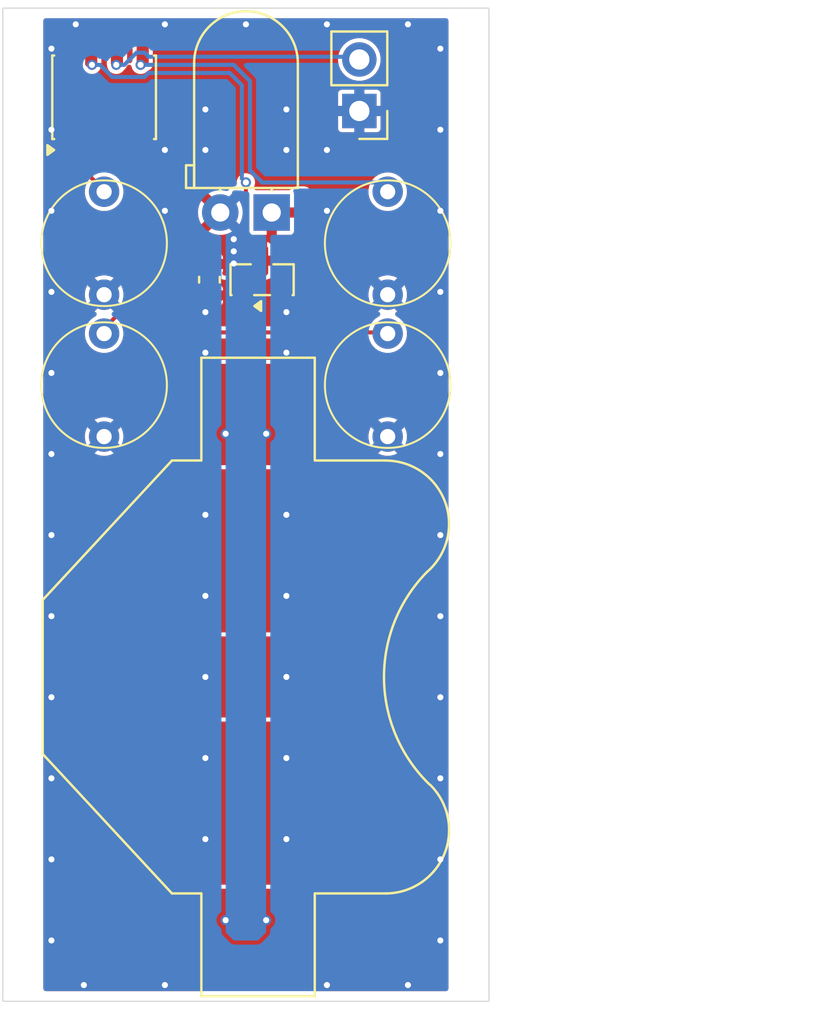
<source format=kicad_pcb>
(kicad_pcb (version 20241229) (generator "pcbnew") (generator_version "9.0")
  (layers (0 "F.Cu" signal) (2 "B.Cu" signal) (13 "F.Paste" user) (15 "B.Paste" user) (5 "F.SilkS" user "F.Silkscreen") (7 "B.SilkS" user "B.Silkscreen") (1 "F.Mask" user) (3 "B.Mask" user) (25 "Edge.Cuts" user))
  (net 0 "")
  (net 1 "VCC")
  (net 2 "GND")
  (net 3 "UPDI")
  (net 4 "WO")
  (net 5 "BTN1")
  (net 6 "BTN2")
  (net 7 "BTN6")
  (net 8 "BTN7")
  (net 9 "/LED")
  (footprint "Library:alps-skrg" (layer "F.Cu") (at 107 85.6 -90)
    (property "Reference" "SW1" (hide yes))
    (property "Value" "BTN1" (hide yes))
    (fp_circle (center 0 0) (end 3.1 0) (stroke (width 0.1)) (fill no) (layer "F.SilkS"))
    (pad "1" thru_hole circle (at -2.54 0 270) (size 1.5 1.5) (drill 0.75) (layers "*.Cu" "*.Mask") (net 5 "BTN1"))
    (pad "2" thru_hole circle (at 2.54 0 270) (size 1.5 1.5) (drill 0.75) (layers "*.Cu" "*.Mask") (net 2 "GND"))
  )
  (footprint "Package_SO:SOIC-8_3.9x4.9mm_P1.27mm" (layer "F.Cu") (at 93 71.4 90)
    (property "Reference" "U1" (hide yes))
    (property "Value" "ATtiny202-SS" (hide yes))
    (fp_line (start 2.06 -2.56) (end 2.06 -2.465) (stroke (width 0.12)) (layer "F.SilkS"))
    (fp_line (start -2.06 -2.56) (end 2.06 -2.56) (stroke (width 0.12)) (layer "F.SilkS"))
    (fp_line (start -2.06 -2.465) (end -2.06 -2.56) (stroke (width 0.12)) (layer "F.SilkS"))
    (fp_line (start 2.06 2.465) (end 2.06 2.56) (stroke (width 0.12)) (layer "F.SilkS"))
    (fp_line (start 2.06 2.56) (end -2.06 2.56) (stroke (width 0.12)) (layer "F.SilkS"))
    (fp_line (start -2.06 2.56) (end -2.06 2.465) (stroke (width 0.12)) (layer "F.SilkS"))
    (fp_poly (pts (xy -2.6 -2.47) (xy -2.84 -2.8) (xy -2.36 -2.8)) (stroke (width 0.12)) (fill yes) (layer "F.SilkS"))
    (pad "1" smd roundrect (at -2.475 -1.905 90) (size 1.95 0.6) (layers "F.Cu" "F.Mask" "F.Paste") (net 1 "VCC"))
    (pad "2" smd roundrect (at -2.475 -0.635 90) (size 1.95 0.6) (layers "F.Cu" "F.Mask" "F.Paste") (net 7 "BTN6"))
    (pad "3" smd roundrect (at -2.475 0.635 90) (size 1.95 0.6) (layers "F.Cu" "F.Mask" "F.Paste") (net 8 "BTN7"))
    (pad "4" smd roundrect (at -2.475 1.905 90) (size 1.95 0.6) (layers "F.Cu" "F.Mask" "F.Paste") (net 5 "BTN1"))
    (pad "5" smd roundrect (at 2.475 1.905 90) (size 1.95 0.6) (layers "F.Cu" "F.Mask" "F.Paste") (net 6 "BTN2"))
    (pad "6" smd roundrect (at 2.475 0.635 90) (size 1.95 0.6) (layers "F.Cu" "F.Mask" "F.Paste") (net 3 "UPDI"))
    (pad "7" smd roundrect (at 2.475 -0.635 90) (size 1.95 0.6) (layers "F.Cu" "F.Mask" "F.Paste") (net 4 "WO"))
    (pad "8" smd roundrect (at 2.475 -1.905 90) (size 1.95 0.6) (layers "F.Cu" "F.Mask" "F.Paste") (net 2 "GND"))
  )
  (footprint "Library:alps-skrg" (layer "F.Cu") (at 93 85.6 -90)
    (property "Reference" "SW4" (hide yes))
    (property "Value" "BTN7" (hide yes))
    (fp_circle (center 0 0) (end 3.1 0) (stroke (width 0.1)) (fill no) (layer "F.SilkS"))
    (pad "1" thru_hole circle (at -2.54 0 270) (size 1.5 1.5) (drill 0.75) (layers "*.Cu" "*.Mask") (net 8 "BTN7"))
    (pad "2" thru_hole circle (at 2.54 0 270) (size 1.5 1.5) (drill 0.75) (layers "*.Cu" "*.Mask") (net 2 "GND"))
  )
  (footprint "LED_THT:LED_D5.0mm_Horizontal_O1.27mm_Z3.0mm_Clear" (layer "F.Cu") (at 101.275 77.085 180)
    (property "Reference" "D1" (hide yes))
    (property "Value" "IR_LED" (hide yes))
    (fp_line (start 4.23 2.33) (end 3.83 2.33) (stroke (width 0.12)) (layer "F.SilkS"))
    (fp_line (start 4.23 1.21) (end 4.23 2.33) (stroke (width 0.12)) (layer "F.SilkS"))
    (fp_line (start 3.83 2.33) (end 3.83 1.21) (stroke (width 0.12)) (layer "F.SilkS"))
    (fp_line (start 3.83 1.21) (end 4.23 1.21) (stroke (width 0.12)) (layer "F.SilkS"))
    (fp_line (start 3.83 1.21) (end 3.83 7.37) (stroke (width 0.12)) (layer "F.SilkS"))
    (fp_line (start 2.54 1.21) (end 2.54 1.08) (stroke (width 0.12)) (layer "F.SilkS"))
    (fp_line (start 2.54 1.08) (end 2.54 1.21) (stroke (width 0.12)) (layer "F.SilkS"))
    (fp_line (start 0 1.21) (end 0 1.08) (stroke (width 0.12)) (layer "F.SilkS"))
    (fp_line (start 0 1.08) (end 0 1.21) (stroke (width 0.12)) (layer "F.SilkS"))
    (fp_line (start -1.29 1.21) (end 3.83 1.21) (stroke (width 0.12)) (layer "F.SilkS"))
    (fp_line (start -1.29 1.21) (end -1.29 7.37) (stroke (width 0.12)) (layer "F.SilkS"))
    (fp_arc (start 3.83 7.37) (mid 1.27 9.93) (end -1.29 7.37) (stroke (width 0.12)) (layer "F.SilkS"))
    (pad "1" thru_hole rect (at 0 0 180) (size 1.8 1.8) (drill 0.9) (layers "*.Cu" "*.Mask") (net 9 "/LED"))
    (pad "2" thru_hole circle (at 2.54 0 180) (size 1.8 1.8) (drill 0.9) (layers "*.Cu" "*.Mask") (net 1 "VCC"))
  )
  (footprint "Library:alps-skrg" (layer "F.Cu") (at 93 78.6 -90)
    (property "Reference" "SW3" (hide yes))
    (property "Value" "BTN6" (hide yes))
    (fp_circle (center 0 0) (end 3.1 0) (stroke (width 0.1)) (fill no) (layer "F.SilkS"))
    (pad "1" thru_hole circle (at -2.54 0 270) (size 1.5 1.5) (drill 0.75) (layers "*.Cu" "*.Mask") (net 7 "BTN6"))
    (pad "2" thru_hole circle (at 2.54 0 270) (size 1.5 1.5) (drill 0.75) (layers "*.Cu" "*.Mask") (net 2 "GND"))
  )
  (footprint "Library:alps-skrg" (layer "F.Cu") (at 107 78.6 -90)
    (property "Reference" "SW2" (hide yes))
    (property "Value" "BTN2" (hide yes))
    (fp_circle (center 0 0) (end 3.1 0) (stroke (width 0.1)) (fill no) (layer "F.SilkS"))
    (pad "1" thru_hole circle (at -2.54 0 270) (size 1.5 1.5) (drill 0.75) (layers "*.Cu" "*.Mask") (net 6 "BTN2"))
    (pad "2" thru_hole circle (at 2.54 0 270) (size 1.5 1.5) (drill 0.75) (layers "*.Cu" "*.Mask") (net 2 "GND"))
  )
  (footprint "Connector_PinHeader_2.54mm:PinHeader_1x02_P2.54mm_Vertical" (layer "F.Cu") (at 105.6 72.075 180)
    (property "Reference" "J1" (hide yes))
    (property "Value" "UPDI" (hide yes))
    (fp_line (start 1.38 1.27) (end 1.38 3.92) (stroke (width 0.12)) (layer "F.SilkS"))
    (fp_line (start -1.38 3.92) (end 1.38 3.92) (stroke (width 0.12)) (layer "F.SilkS"))
    (fp_line (start -1.38 1.27) (end 1.38 1.27) (stroke (width 0.12)) (layer "F.SilkS"))
    (fp_line (start -1.38 1.27) (end -1.38 3.92) (stroke (width 0.12)) (layer "F.SilkS"))
    (fp_line (start -1.38 0) (end -1.38 -1.38) (stroke (width 0.12)) (layer "F.SilkS"))
    (fp_line (start -1.38 -1.38) (end 0 -1.38) (stroke (width 0.12)) (layer "F.SilkS"))
    (pad "1" thru_hole rect (at 0 0 180) (size 1.7 1.7) (drill 1) (layers "*.Cu" "*.Mask") (net 2 "GND"))
    (pad "2" thru_hole circle (at 0 2.54 180) (size 1.7 1.7) (drill 1) (layers "*.Cu" "*.Mask") (net 3 "UPDI"))
  )
  (footprint "Package_TO_SOT_SMD:SOT-23" (layer "F.Cu") (at 100.8 80.4 90)
    (property "Reference" "Q1" (hide yes))
    (property "Value" "BSS138" (hide yes))
    (fp_line (start 0.76 -1.56) (end 0.76 -0.56) (stroke (width 0.12)) (layer "F.SilkS"))
    (fp_line (start -0.76 -1.56) (end 0.76 -1.56) (stroke (width 0.12)) (layer "F.SilkS"))
    (fp_line (start -0.76 -1.51) (end -0.76 -1.56) (stroke (width 0.12)) (layer "F.SilkS"))
    (fp_line (start -0.76 0.39) (end -0.76 -0.39) (stroke (width 0.12)) (layer "F.SilkS"))
    (fp_line (start 0.76 0.56) (end 0.76 1.56) (stroke (width 0.12)) (layer "F.SilkS"))
    (fp_line (start 0.76 1.56) (end -0.76 1.56) (stroke (width 0.12)) (layer "F.SilkS"))
    (fp_line (start -0.76 1.56) (end -0.76 1.51) (stroke (width 0.12)) (layer "F.SilkS"))
    (fp_poly (pts (xy -1.3 -0.38) (xy -1.06 -0.05) (xy -1.54 -0.05)) (stroke (width 0.12)) (fill yes) (layer "F.SilkS"))
    (pad "1" smd roundrect (at -0.9375 -0.95 90) (size 1.475 0.6) (layers "F.Cu" "F.Mask" "F.Paste") (net 4 "WO"))
    (pad "2" smd roundrect (at -0.9375 0.95 90) (size 1.475 0.6) (layers "F.Cu" "F.Mask" "F.Paste") (net 2 "GND"))
    (pad "3" smd roundrect (at 0.9375 0 90) (size 1.475 0.6) (layers "F.Cu" "F.Mask" "F.Paste") (net 9 "/LED"))
  )
  (footprint "Capacitor_SMD:C_0603_1608Metric" (layer "F.Cu") (at 98.2 80.4 -90)
    (property "Reference" "C1" (hide yes))
    (property "Value" "4u7" (hide yes))
    (fp_line (start -0.14058 0.51) (end 0.14058 0.51) (stroke (width 0.12)) (layer "F.SilkS"))
    (fp_line (start -0.14058 -0.51) (end 0.14058 -0.51) (stroke (width 0.12)) (layer "F.SilkS"))
    (pad "1" smd roundrect (at -0.775 0 270) (size 0.9 0.95) (layers "F.Cu" "F.Mask" "F.Paste") (net 1 "VCC"))
    (pad "2" smd roundrect (at 0.775 0 270) (size 0.9 0.95) (layers "F.Cu" "F.Mask" "F.Paste") (net 2 "GND"))
  )
  (footprint "Battery:BatteryHolder_Multicomp_BC-2001_1x2032" (layer "F.Cu") (at 100.6 100 -90)
    (property "Reference" "BT1" (hide yes))
    (property "Value" "CR2032" (hide yes))
    (fp_line (start 3.8 10.63) (end -3.8 10.63) (stroke (width 0.12)) (layer "F.SilkS"))
    (fp_line (start -10.68 4.25) (end -3.8 10.63) (stroke (width 0.12)) (layer "F.SilkS"))
    (fp_line (start 10.68 4.25) (end 3.8 10.63) (stroke (width 0.12)) (layer "F.SilkS"))
    (fp_line (start -15.75 2.8) (end -10.68 2.8) (stroke (width 0.12)) (layer "F.SilkS"))
    (fp_line (start -15.75 2.8) (end -15.75 -2.8) (stroke (width 0.12)) (layer "F.SilkS"))
    (fp_line (start -10.68 2.8) (end -10.68 4.25) (stroke (width 0.12)) (layer "F.SilkS"))
    (fp_line (start 10.68 2.8) (end 10.68 4.25) (stroke (width 0.12)) (layer "F.SilkS"))
    (fp_line (start 10.68 2.8) (end 15.75 2.8) (stroke (width 0.12)) (layer "F.SilkS"))
    (fp_line (start 15.75 2.8) (end 15.75 -2.8) (stroke (width 0.12)) (layer "F.SilkS"))
    (fp_line (start -15.75 -2.8) (end -10.68 -2.8) (stroke (width 0.12)) (layer "F.SilkS"))
    (fp_line (start -10.68 -2.8) (end -10.68 -6.28) (stroke (width 0.12)) (layer "F.SilkS"))
    (fp_line (start 10.68 -2.8) (end 10.68 -6.35) (stroke (width 0.12)) (layer "F.SilkS"))
    (fp_line (start 15.75 -2.8) (end 10.68 -2.8) (stroke (width 0.12)) (layer "F.SilkS"))
    (fp_arc (start -10.677058 -6.3) (mid -8.637972 -9.231689) (end -5.180001 -8.339999) (stroke (width 0.12)) (layer "F.SilkS"))
    (fp_arc (start 5.306422 -8.467392) (mid 0.096808 -6.218103) (end -5.169999 -8.330001) (stroke (width 0.12)) (layer "F.SilkS"))
    (fp_arc (start 5.316452 -8.492753) (mid 8.734461 -9.197232) (end 10.68 -6.3) (stroke (width 0.12)) (layer "F.SilkS"))
    (pad "1" smd rect (at -12.95 0 270) (size 5 5) (layers "F.Cu" "F.Mask" "F.Paste") (net 1 "VCC"))
    (pad "1" smd rect (at 12.95 0 270) (size 5 5) (layers "F.Cu" "F.Mask" "F.Paste") (net 1 "VCC"))
    (pad "2" smd rect (at 0 0 270) (size 4 4) (layers "F.Cu" "F.Mask" "F.Paste") (net 2 "GND"))
  )
  (footprint "Library:PCB.MCBEERINGI.DEV_small" (layer "B.Cu") (at 105.6 102 -90)
    (property "Reference" "" (at 0 0 90) (layer "B.SilkS") (effects (font (size 1.27 1.27)) (justify mirror)))
    (property "Value" "")
  )
  (footprint "Library:mcbeeringi_icon_10mm" (layer "B.Cu") (at 105.6 94 -90)
    (property "Reference" "" (at 0 0 90) (layer "B.SilkS") (effects (font (size 1.27 1.27)) (justify mirror)))
    (property "Value" "LOGO" (hide yes))
  )
  (gr_line (start 112 116) (end 88 116) (stroke (width 0.05)) (layer "Edge.Cuts"))
  (gr_line (start 88 67) (end 112 67) (stroke (width 0.05)) (layer "Edge.Cuts"))
  (gr_line (start 112 67) (end 112 116) (stroke (width 0.05)) (layer "Edge.Cuts"))
  (gr_line (start 88 116) (end 88 67) (stroke (width 0.05)) (layer "Edge.Cuts"))
  (segment (start 91.095 72.900001) (end 91.395001 72.6) (width 0.2) (layer "F.Cu") (net 1))
  (segment (start 97.2 74.4) (end 97.2 76) (width 0.2) (layer "F.Cu") (net 1))
  (segment (start 91.395001 72.6) (end 95.4 72.6) (width 0.2) (layer "F.Cu") (net 1))
  (segment (start 91.095 73.875) (end 91.095 72.900001) (width 0.2) (layer "F.Cu") (net 1))
  (segment (start 95.4 72.6) (end 97.2 74.4) (width 0.2) (layer "F.Cu") (net 1))
  (via (at 101 88) (size 0.5) (drill 0.3) (layers "F.Cu" "B.Cu") (net 1))
  (via (at 101 112) (size 0.5) (drill 0.3) (layers "F.Cu" "B.Cu") (net 1))
  (via (at 99 112) (size 0.5) (drill 0.3) (layers "F.Cu" "B.Cu") (net 1))
  (via (at 99.4 78.4) (size 0.5) (drill 0.3) (layers "F.Cu" "B.Cu") (net 1))
  (via (at 99.4 79.6) (size 0.5) (drill 0.3) (layers "F.Cu" "B.Cu") (net 1))
  (via (at 99.4 79) (size 0.5) (drill 0.3) (layers "F.Cu" "B.Cu") (net 1))
  (via (at 99 88) (size 0.5) (drill 0.3) (layers "F.Cu" "B.Cu") (net 1))
  (via (at 96 115.2) (size 0.5) (drill 0.3) (layers "F.Cu" "B.Cu") (net 2))
  (via (at 91.6 67.8) (size 0.5) (drill 0.3) (layers "F.Cu" "B.Cu") (net 2))
  (via (at 98 84) (size 0.5) (drill 0.3) (layers "F.Cu" "B.Cu") (net 2))
  (via (at 90.4 105) (size 0.5) (drill 0.3) (layers "F.Cu" "B.Cu") (net 2))
  (via (at 109.6 109) (size 0.5) (drill 0.3) (layers "F.Cu" "B.Cu") (net 2))
  (via (at 90.4 113) (size 0.5) (drill 0.3) (layers "F.Cu" "B.Cu") (net 2))
  (via (at 90.4 77) (size 0.5) (drill 0.3) (layers "F.Cu" "B.Cu") (net 2))
  (via (at 109.6 81) (size 0.5) (drill 0.3) (layers "F.Cu" "B.Cu") (net 2))
  (via (at 102 108) (size 0.5) (drill 0.3) (layers "F.Cu" "B.Cu") (net 2))
  (via (at 98 108) (size 0.5) (drill 0.3) (layers "F.Cu" "B.Cu") (net 2))
  (via (at 109.6 97) (size 0.5) (drill 0.3) (layers "F.Cu" "B.Cu") (net 2))
  (via (at 102 82) (size 0.5) (drill 0.3) (layers "F.Cu" "B.Cu") (net 2))
  (via (at 90.4 89) (size 0.5) (drill 0.3) (layers "F.Cu" "B.Cu") (net 2))
  (via (at 104 115.2) (size 0.5) (drill 0.3) (layers "F.Cu" "B.Cu") (net 2))
  (via (at 102 74) (size 0.5) (drill 0.3) (layers "F.Cu" "B.Cu") (net 2))
  (via (at 90.4 109) (size 0.5) (drill 0.3) (layers "F.Cu" "B.Cu") (net 2))
  (via (at 108 67.8) (size 0.5) (drill 0.3) (layers "F.Cu" "B.Cu") (net 2))
  (via (at 104 67.8) (size 0.5) (drill 0.3) (layers "F.Cu" "B.Cu") (net 2))
  (via (at 96 77) (size 0.5) (drill 0.3) (layers "F.Cu" "B.Cu") (net 2))
  (via (at 90.4 97) (size 0.5) (drill 0.3) (layers "F.Cu" "B.Cu") (net 2))
  (via (at 90.4 69) (size 0.5) (drill 0.3) (layers "F.Cu" "B.Cu") (net 2))
  (via (at 109.6 69) (size 0.5) (drill 0.3) (layers "F.Cu" "B.Cu") (net 2))
  (via (at 102 100) (size 0.5) (drill 0.3) (layers "F.Cu" "B.Cu") (net 2))
  (via (at 102 92) (size 0.5) (drill 0.3) (layers "F.Cu" "B.Cu") (net 2))
  (via (at 90.4 101) (size 0.5) (drill 0.3) (layers "F.Cu" "B.Cu") (net 2))
  (via (at 109.6 101) (size 0.5) (drill 0.3) (layers "F.Cu" "B.Cu") (net 2))
  (via (at 98 96) (size 0.5) (drill 0.3) (layers "F.Cu" "B.Cu") (net 2))
  (via (at 92 115.2) (size 0.5) (drill 0.3) (layers "F.Cu" "B.Cu") (net 2))
  (via (at 90.4 73) (size 0.5) (drill 0.3) (layers "F.Cu" "B.Cu") (net 2))
  (via (at 102 84) (size 0.5) (drill 0.3) (layers "F.Cu" "B.Cu") (net 2))
  (via (at 109.6 77) (size 0.5) (drill 0.3) (layers "F.Cu" "B.Cu") (net 2))
  (via (at 104 77) (size 0.5) (drill 0.3) (layers "F.Cu" "B.Cu") (net 2))
  (via (at 102 72) (size 0.5) (drill 0.3) (layers "F.Cu" "B.Cu") (net 2))
  (via (at 109.6 113) (size 0.5) (drill 0.3) (layers "F.Cu" "B.Cu") (net 2))
  (via (at 104 74) (size 0.5) (drill 0.3) (layers "F.Cu" "B.Cu") (net 2))
  (via (at 90.4 81) (size 0.5) (drill 0.3) (layers "F.Cu" "B.Cu") (net 2))
  (via (at 109.6 93) (size 0.5) (drill 0.3) (layers "F.Cu" "B.Cu") (net 2))
  (via (at 98 74) (size 0.5) (drill 0.3) (layers "F.Cu" "B.Cu") (net 2))
  (via (at 98 100) (size 0.5) (drill 0.3) (layers "F.Cu" "B.Cu") (net 2))
  (via (at 98 72) (size 0.5) (drill 0.3) (layers "F.Cu" "B.Cu") (net 2))
  (via (at 90.4 93) (size 0.5) (drill 0.3) (layers "F.Cu" "B.Cu") (net 2))
  (via (at 109.6 85) (size 0.5) (drill 0.3) (layers "F.Cu" "B.Cu") (net 2))
  (via (at 109.6 73) (size 0.5) (drill 0.3) (layers "F.Cu" "B.Cu") (net 2))
  (via (at 108 115.2) (size 0.5) (drill 0.3) (layers "F.Cu" "B.Cu") (net 2))
  (via (at 98 82) (size 0.5) (drill 0.3) (layers "F.Cu" "B.Cu") (net 2))
  (via (at 98 92) (size 0.5) (drill 0.3) (layers "F.Cu" "B.Cu") (net 2))
  (via (at 109.6 105) (size 0.5) (drill 0.3) (layers "F.Cu" "B.Cu") (net 2))
  (via (at 102 96) (size 0.5) (drill 0.3) (layers "F.Cu" "B.Cu") (net 2))
  (via (at 96 74) (size 0.5) (drill 0.3) (layers "F.Cu" "B.Cu") (net 2))
  (via (at 96 67.8) (size 0.5) (drill 0.3) (layers "F.Cu" "B.Cu") (net 2))
  (via (at 109.6 89) (size 0.5) (drill 0.3) (layers "F.Cu" "B.Cu") (net 2))
  (via (at 90.4 85) (size 0.5) (drill 0.3) (layers "F.Cu" "B.Cu") (net 2))
  (via (at 98 104) (size 0.5) (drill 0.3) (layers "F.Cu" "B.Cu") (net 2))
  (via (at 102 104) (size 0.5) (drill 0.3) (layers "F.Cu" "B.Cu") (net 2))
  (via (at 100 67.8) (size 0.5) (drill 0.3) (layers "F.Cu" "B.Cu") (net 2))
  (via (at 93.6 69.8) (size 0.5) (drill 0.3) (layers "F.Cu" "B.Cu") (net 3))
  (segment (start 93.6 69.8) (end 94 69.8) (width 0.2) (layer "B.Cu") (net 3))
  (segment (start 95.2 69.4) (end 105.465 69.4) (width 0.2) (layer "B.Cu") (net 3))
  (segment (start 94.6 69.2) (end 95 69.2) (width 0.2) (layer "B.Cu") (net 3))
  (segment (start 94 69.8) (end 94.6 69.2) (width 0.2) (layer "B.Cu") (net 3))
  (segment (start 95 69.2) (end 95.2 69.4) (width 0.2) (layer "B.Cu") (net 3))
  (segment (start 105.465 69.4) (end 105.6 69.535) (width 0.2) (layer "B.Cu") (net 3))
  (segment (start 100 81.1875) (end 100 75.6) (width 0.2) (layer "F.Cu") (net 4))
  (segment (start 99.85 81.3375) (end 100 81.1875) (width 0.2) (layer "F.Cu") (net 4))
  (via (at 100 75.6) (size 0.5) (drill 0.3) (layers "F.Cu" "B.Cu") (net 4))
  (via (at 92.4 69.8) (size 0.5) (drill 0.3) (layers "F.Cu" "B.Cu") (net 4))
  (segment (start 99.8 70.8) (end 99.8 75.4) (width 0.2) (layer "B.Cu") (net 4))
  (segment (start 99.2 70.2) (end 99.8 70.8) (width 0.2) (layer "B.Cu") (net 4))
  (segment (start 92.4 69.8) (end 92.8 69.8) (width 0.2) (layer "B.Cu") (net 4))
  (segment (start 95 70.4) (end 95.2 70.2) (width 0.2) (layer "B.Cu") (net 4))
  (segment (start 99.8 75.4) (end 100 75.6) (width 0.2) (layer "B.Cu") (net 4))
  (segment (start 92.8 69.8) (end 93.4 70.4) (width 0.2) (layer "B.Cu") (net 4))
  (segment (start 95.2 70.2) (end 99.2 70.2) (width 0.2) (layer "B.Cu") (net 4))
  (segment (start 93.4 70.4) (end 95 70.4) (width 0.2) (layer "B.Cu") (net 4))
  (segment (start 94.601 81.601) (end 96 83) (width 0.2) (layer "F.Cu") (net 5))
  (segment (start 94.601 74.999) (end 94.601 81.601) (width 0.2) (layer "F.Cu") (net 5))
  (segment (start 106.94 83) (end 107 83.06) (width 0.2) (layer "F.Cu") (net 5))
  (segment (start 94.905 74.695) (end 94.601 74.999) (width 0.2) (layer "F.Cu") (net 5))
  (segment (start 96 83) (end 106.94 83) (width 0.2) (layer "F.Cu") (net 5))
  (segment (start 94.905 73.875) (end 94.905 74.695) (width 0.2) (layer "F.Cu") (net 5))
  (via (at 94.8 69.8) (size 0.5) (drill 0.3) (layers "F.Cu" "B.Cu") (net 6))
  (segment (start 100.8 75.6) (end 100.2 75) (width 0.2) (layer "B.Cu") (net 6))
  (segment (start 106.54 75.6) (end 100.8 75.6) (width 0.2) (layer "B.Cu") (net 6))
  (segment (start 99.4 69.8) (end 94.8 69.8) (width 0.2) (layer "B.Cu") (net 6))
  (segment (start 100.2 75) (end 100.2 70.6) (width 0.2) (layer "B.Cu") (net 6))
  (segment (start 107 76.06) (end 106.54 75.6) (width 0.2) (layer "B.Cu") (net 6))
  (segment (start 100.2 70.6) (end 99.4 69.8) (width 0.2) (layer "B.Cu") (net 6))
  (segment (start 92.365 75.365) (end 93 76) (width 0.2) (layer "F.Cu") (net 7))
  (segment (start 92.365 73.875) (end 92.365 75.365) (width 0.2) (layer "F.Cu") (net 7))
  (segment (start 93 76) (end 93 76.06) (width 0.2) (layer "F.Cu") (net 7))
  (segment (start 93.635 73.875) (end 93.635 74.435) (width 0.2) (layer "F.Cu") (net 8))
  (segment (start 94.2 81.6) (end 93 82.8) (width 0.2) (layer "F.Cu") (net 8))
  (segment (start 93 82.8) (end 93 83.06) (width 0.2) (layer "F.Cu") (net 8))
  (segment (start 93.635 74.435) (end 94.2 75) (width 0.2) (layer "F.Cu") (net 8))
  (segment (start 94.2 75) (end 94.2 81.6) (width 0.2) (layer "F.Cu") (net 8))
  (zone (net 9) (net_name "/LED") (layer "F.Cu") (priority 1) (connect_pads (clearance 0.2)) (min_thickness 0.25) (fill yes (thermal_gap 0.2) (thermal_bridge_width 0.5))
    (polygon (pts (xy 100 76) (xy 100 80.2) (xy 103 80.2) (xy 103 76)))
  )
  (zone (net 1) (net_name "VCC") (layer "F.Cu") (priority 1) (connect_pads (clearance 0.2)) (min_thickness 0.25) (fill yes (thermal_gap 0.2) (thermal_bridge_width 0.5))
    (polygon (pts (xy 97 76) (xy 97 80.2) (xy 100 80.2) (xy 100 76)))
  )
  (zone (net 2) (net_name "GND") (layers "F.Cu" "B.Cu") (connect_pads (clearance 0.2)) (min_thickness 0.25) (fill yes (thermal_gap 0.2) (thermal_bridge_width 0.5))
    (polygon (pts (xy 90 66.6) (xy 110 66.6) (xy 110 116.4) (xy 90 116.4)))
  )
  (zone (net 1) (net_name "VCC") (layer "B.Cu") (priority 2) (connect_pads (clearance 0.2)) (min_thickness 0.25) (fill yes (thermal_gap 0.2) (thermal_bridge_width 0.5))
    (polygon (pts (xy 101 76) (xy 99 76) (xy 99 112.6) (xy 99.4 113) (xy 100.6 113) (xy 101 112.6)))
  )
)
</source>
